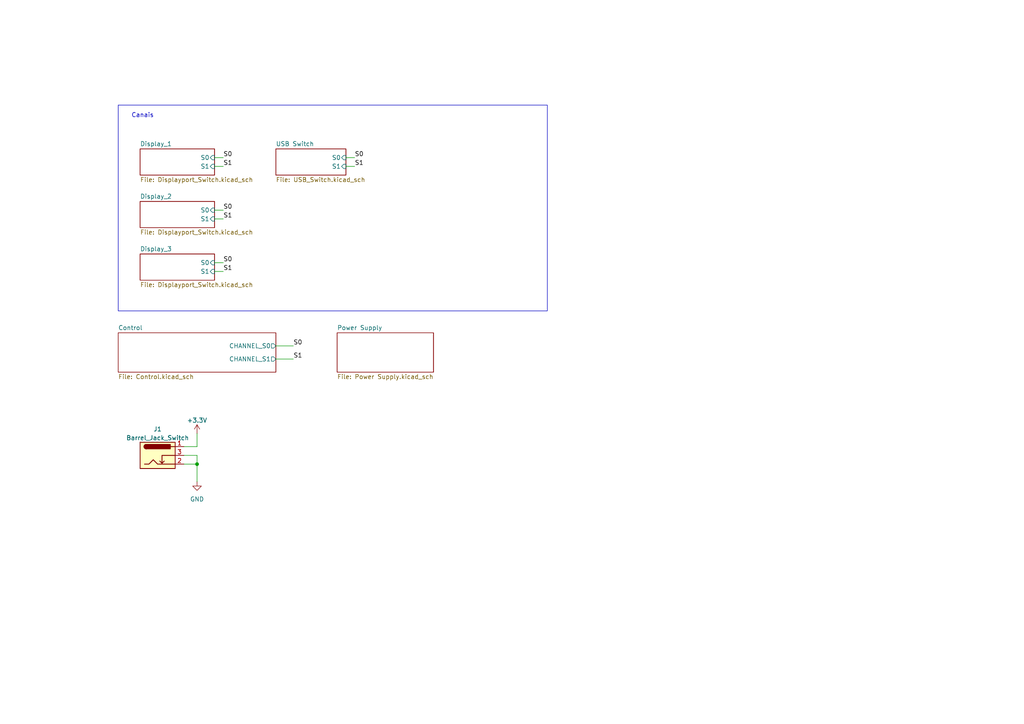
<source format=kicad_sch>
(kicad_sch (version 20230121) (generator eeschema)
  (paper "A4")
  (title_block (title "KVM 3 monitores / 3 canais"))
  (lib_symbols
    (symbol "Connector:Barrel_Jack_Switch" (pin_names hide)
      (property "Reference" "J" (at 0 5.334 0))
      (property "Value" "Barrel_Jack_Switch" (at 0 -5.08 0))
      (symbol "Barrel_Jack_Switch_0_1"
        (rectangle (start -5.08 3.81) (end 5.08 -3.81) (stroke (width 0.254)) (fill (type background)))
        (arc (start -3.302 3.175) (mid -3.9343 2.54) (end -3.302 1.905) (stroke (width 0.254)))
        (arc (start -3.302 3.175) (mid -3.9343 2.54) (end -3.302 1.905) (stroke (width 0.254)) (fill (type outline)))
        (polyline (pts (xy 1.27 -2.286) (xy 1.905 -1.651)) (stroke (width 0.254)))
        (polyline (pts (xy 5.08 2.54) (xy 3.81 2.54)) (stroke (width 0.254)))
        (polyline (pts (xy 5.08 0) (xy 1.27 0) (xy 1.27 -2.286) (xy 0.635 -1.651)) (stroke (width 0.254)))
        (polyline (pts (xy -3.81 -2.54) (xy -2.54 -2.54) (xy -1.27 -1.27) (xy 0 -2.54) (xy 2.54 -2.54) (xy 5.08 -2.54)) (stroke (width 0.254)))
        (rectangle (start 3.683 3.175) (end -3.302 1.905) (stroke (width 0.254)) (fill (type outline)))
      )
      (symbol "Barrel_Jack_Switch_1_1"
        (pin passive line (at 7.62 2.54 180) (length 2.54) (name "~") (number "1"))
        (pin passive line (at 7.62 -2.54 180) (length 2.54) (name "~") (number "2"))
        (pin passive line (at 7.62 0 180) (length 2.54) (name "~") (number "3"))
      )
    )
    (symbol "power:+3.3V" (power) (pin_names (offset 0))
      (property "Value" "+3.3V" (at 0 3.556 0))
      (symbol "+3.3V_0_1"
        (polyline (pts (xy -0.762 1.27) (xy 0 2.54)))
        (polyline (pts (xy 0 0) (xy 0 2.54)))
        (polyline (pts (xy 0 2.54) (xy 0.762 1.27)))
      )
      (symbol "+3.3V_1_1"
        (pin power_in line (at 0 0 90) (length 0) hide (name "+3.3V") (number "1"))
      )
    )
    (symbol "power:GND" (power) (pin_names (offset 0))
      (property "Value" "GND" (at 0 -3.81 0))
      (symbol "GND_0_1"
        (polyline (pts (xy 0 0) (xy 0 -1.27) (xy 1.27 -1.27) (xy 0 -2.54) (xy -1.27 -1.27) (xy 0 -1.27)))
      )
      (symbol "GND_1_1"
        (pin power_in line (at 0 0 270) (length 0) hide (name "GND") (number "1"))
      )
    )
  )
  (junction (at 57.15 134.62))
  (wire (pts (xy 64.77 76.2) (xy 62.23 76.2)))
  (wire (pts (xy 64.77 60.96) (xy 62.23 60.96)))
  (wire (pts (xy 53.34 129.54) (xy 57.15 129.54)))
  (wire (pts (xy 57.15 139.7) (xy 57.15 134.62)))
  (wire (pts (xy 102.87 48.26) (xy 100.33 48.26)))
  (wire (pts (xy 102.87 45.72) (xy 100.33 45.72)))
  (wire (pts (xy 64.77 45.72) (xy 62.23 45.72)))
  (wire (pts (xy 64.77 48.26) (xy 62.23 48.26)))
  (wire (pts (xy 57.15 129.54) (xy 57.15 125.73)))
  (wire (pts (xy 85.09 100.33) (xy 80.01 100.33)))
  (wire (pts (xy 85.09 104.14) (xy 80.01 104.14)))
  (wire (pts (xy 53.34 134.62) (xy 57.15 134.62)))
  (wire (pts (xy 64.77 78.74) (xy 62.23 78.74)))
  (wire (pts (xy 53.34 132.08) (xy 57.15 132.08)))
  (wire (pts (xy 57.15 132.08) (xy 57.15 134.62)))
  (wire (pts (xy 64.77 63.5) (xy 62.23 63.5)))
  (rectangle (start 34.29 30.48) (end 158.75 90.17))
  (text "Canais" (at 38.1 34.29 0) (effects (font (size 1.27 1.27)) (justify left bottom)))
  (label "S1" (at 85.09 104.14 0))
  (label "S0" (at 102.87 45.72 0))
  (label "S0" (at 64.77 60.96 0))
  (label "S0" (at 64.77 76.2 0))
  (label "S1" (at 64.77 48.26 0))
  (label "S0" (at 64.77 45.72 0))
  (label "S1" (at 64.77 78.74 0))
  (label "S1" (at 64.77 63.5 0))
  (label "S1" (at 102.87 48.26 0))
  (label "S0" (at 85.09 100.33 0))
  (symbol (lib_id "Connector:Barrel_Jack_Switch") (at 45.72 132.08 0) (unit 1)
    (property "Reference" "J1" (at 45.72 124.46 0))
    (property "Value" "Barrel_Jack_Switch" (at 45.72 127 0))
    (property "Footprint" "Connector_BarrelJack:BarrelJack_Wuerth_6941xx301002" (effects hide))
  )
  (symbol (lib_id "power:+3.3V") (at 57.15 125.73 0) (unit 1)
    (property "Reference" "#VCC01" (effects hide))
    (property "Value" "+3.3V" (at 57.15 121.92 0))
  )
  (symbol (lib_id "power:GND") (at 57.15 139.7 0) (unit 1)
    (property "Reference" "#GND01" (effects hide))
    (property "Value" "GND" (at 57.15 144.78 0))
  )
  (sheet (at 40.64 43.18) (size 21.59 7.62) (stroke (width 0.1524))
    (property "Sheetname" "Display_1" (at 40.64 42.4684 0) (effects (justify left bottom)))
    (property "Sheetfile" "Displayport_Switch.kicad_sch" (at 40.64 51.3846 0) (effects (justify left top)))
    (pin "S1" input (at 62.23 48.26 0))
    (pin "S0" input (at 62.23 45.72 0))
  )
  (sheet (at 80.01 43.18) (size 20.32 7.62) (stroke (width 0.1524))
    (property "Sheetname" "USB Switch" (at 80.01 42.4684 0) (effects (justify left bottom)))
    (property "Sheetfile" "USB_Switch.kicad_sch" (at 80.01 51.3846 0) (effects (justify left top)))
    (pin "S0" input (at 100.33 45.72 0))
    (pin "S1" input (at 100.33 48.26 0))
  )
  (sheet (at 40.64 73.66) (size 21.59 7.62) (stroke (width 0.1524))
    (property "Sheetname" "Display_3" (at 40.64 72.9484 0) (effects (justify left bottom)))
    (property "Sheetfile" "Displayport_Switch.kicad_sch" (at 40.64 81.8646 0) (effects (justify left top)))
    (pin "S1" input (at 62.23 78.74 0))
    (pin "S0" input (at 62.23 76.2 0))
  )
  (sheet (at 40.64 58.42) (size 21.59 7.62) (stroke (width 0.1524))
    (property "Sheetname" "Display_2" (at 40.64 57.7084 0) (effects (justify left bottom)))
    (property "Sheetfile" "Displayport_Switch.kicad_sch" (at 40.64 66.6246 0) (effects (justify left top)))
    (pin "S1" input (at 62.23 63.5 0))
    (pin "S0" input (at 62.23 60.96 0))
  )
  (sheet (at 97.79 96.52) (size 27.94 11.43) (stroke (width 0.1524))
    (property "Sheetname" "Power Supply" (at 97.79 95.8084 0) (effects (justify left bottom)))
    (property "Sheetfile" "Power Supply.kicad_sch" (at 97.79 108.5346 0) (effects (justify left top)))
  )
  (sheet (at 34.29 96.52) (size 45.72 11.43) (stroke (width 0.1524))
    (property "Sheetname" "Control" (at 34.29 95.8084 0) (effects (justify left bottom)))
    (property "Sheetfile" "Control.kicad_sch" (at 34.29 108.5346 0) (effects (justify left top)))
    (pin "CHANNEL_S0" output (at 80.01 100.33 0))
    (pin "CHANNEL_S1" output (at 80.01 104.14 0))
  )
)
</source>
